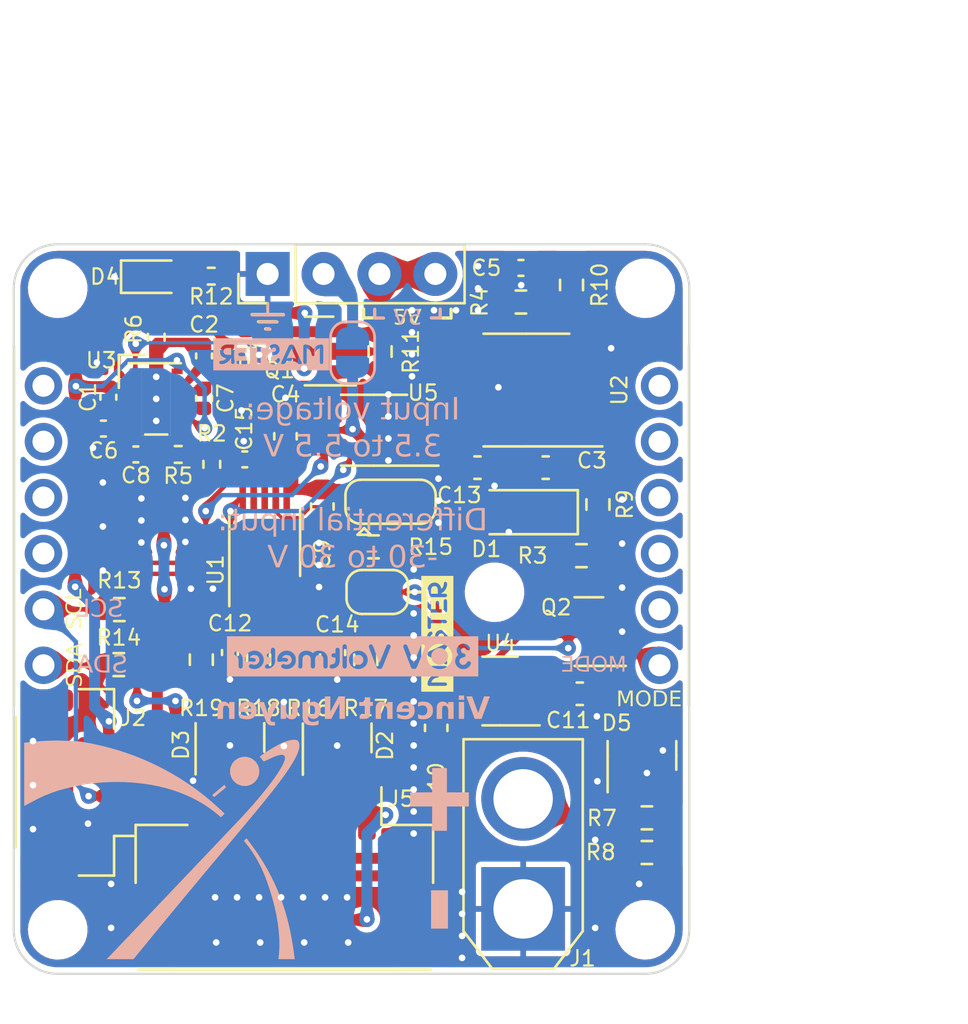
<source format=kicad_pcb>
(kicad_pcb (version 20221018) (generator pcbnew)
  (title_block (title "30 V Voltmeter Hat PCB") (date "2023-07-13") (rev "3") (company "EPFL Xplore") (comment 1 "Note: only populate pullup resistors if using slave I2C to CAN") (comment 2 "Master mode: bridge the MASTER jumpers") (comment 3 "Master mode: only populate components in I2C to CAN section") (comment 4 "Author: Vincent Nguyen"))
  (layers (0 "F.Cu" signal) (31 "B.Cu" signal) (34 "B.Paste" user) (35 "F.Paste" user) (36 "B.SilkS" user "B.Silkscreen") (37 "F.SilkS" user "F.Silkscreen") (38 "B.Mask" user) (39 "F.Mask" user) (44 "Edge.Cuts" user))
  (net 0 "")
  (net 1 "GND")
  (net 2 "/VIN_DIV")
  (net 3 "/FB-")
  (net 4 "/VIN+")
  (net 5 "/VOUT")
  (net 6 "/A2-")
  (net 7 "/AIN0")
  (net 8 "/SDA")
  (net 9 "/SCL")
  (net 10 "/A2+{slash}A1-")
  (net 11 "-3V3")
  (net 12 "+3V3")
  (net 13 "/FB+")
  (net 14 "/TERM_MID_SCL")
  (net 15 "+5V")
  (net 16 "/PGOOD")
  (net 17 "/DIV_MID")
  (net 19 "/CP")
  (net 20 "/ADDR")
  (net 22 "/AIN1")
  (net 25 "/EN{slash}MODE")
  (net 35 "/TERM_MID_SDA")
  (net 36 "/EN{slash}MODE_JP")
  (net 37 "/C-")
  (net 38 "/C+")
  (net 39 "/DRAIN")
  (net 40 "/LED_A")
  (net 41 "/CANSDA-")
  (net 42 "/CANSCL-")
  (net 43 "/CANSCL+")
  (net 44 "/CANSDA+")
  (net 45 "/3V3_MCU")
  (net 46 "/MODE")
  (footprint "Capacitor_SMD:C_0402_1005Metric" (layer "F.Cu") (at 91.95 55.15 90)
    (fp_text reference "C2")
    (fp_text value "2.2uF")
  )
  (footprint "Resistor_SMD:R_0603_1608Metric" (layer "F.Cu") (at 99.3 68.955761 -90)
    (fp_text reference "R17")
    (fp_text value "60R")
  )
  (footprint "Resistor_SMD:R_0402_1005Metric" (layer "F.Cu") (at 92.3 60.075 -90)
    (fp_text reference "R2")
    (fp_text value "86k6")
  )
  (footprint "Capacitor_SMD:C_0402_1005Metric" (layer "F.Cu") (at 106.35 51.15)
    (fp_text reference "C5")
    (fp_text value "1uF")
  )
  (footprint "Connector_AMASS:AMASS_XT30U-M_1x02_P5.0mm_Vertical" (layer "F.Cu") (at 106.45 80.275 90)
    (fp_text reference "J1")
    (fp_text value "XT30U-M")
  )
  (footprint "Package_TO_SOT_SMD:SOT-23" (layer "F.Cu") (at 111.85 73.3 90)
    (fp_text reference "D5")
    (fp_text value "AZ23C3V3-7-F")
  )
  (footprint "Package_TO_SOT_SMD:SOT-23-5" (layer "F.Cu") (at 105.4 70.375 180)
    (fp_text reference "U4")
    (fp_text value "OPA182IDBVR")
  )
  (footprint "Resistor_SMD:R_0603_1608Metric" (layer "F.Cu") (at 99.95 54.95 -90)
    (fp_text reference "R11")
    (fp_text value "10k")
  )
  (footprint "Resistor_SMD:R_0402_1005Metric" (layer "F.Cu") (at 90.775 59.625 180)
    (fp_text reference "R5")
    (fp_text value "51k")
  )
  (footprint "Jumper:SolderJumper-3_P1.3mm_Open_RoundedPad1.0x1.5mm" (layer "F.Cu") (at 100.425 61.775)
    (fp_text reference "JP2" hide)
    (fp_text value "ADDRESS_SEL")
  )
  (footprint "Resistor_SMD:R_0402_1005Metric" (layer "F.Cu") (at 92.275 51.525 180)
    (fp_text reference "R12")
    (fp_text value "590R")
  )
  (footprint "Package_TO_SOT_SMD:SOT-23" (layer "F.Cu") (at 98 72.503261 90)
    (fp_text reference "D2")
    (fp_text value "PESD2CANFD27V-TR")
  )
  (footprint "Resistor_SMD:R_0402_1005Metric" (layer "F.Cu") (at 89.775 54.3 -90)
    (fp_text reference "R6")
    (fp_text value "51k")
  )
  (footprint "Capacitor_SMD:C_0603_1608Metric" (layer "F.Cu") (at 102.5 72.05 -90)
    (fp_text reference "C10")
    (fp_text value "0.1uF")
  )
  (footprint "Jumper:SolderJumper-2_P1.3mm_Open_RoundedPad1.0x1.5mm" (layer "F.Cu") (at 99.825 65.875 180)
    (fp_text reference "JP1" hide)
    (fp_text value "MASTER_EN")
  )
  (footprint "Package_SO:SOIC-8_3.9x4.9mm_P1.27mm" (layer "F.Cu") (at 106.6 56.7 180)
    (fp_text reference "U2")
    (fp_text value "OPA2336UA/2K5")
  )
  (footprint "Capacitor_SMD:C_0402_1005Metric" (layer "F.Cu") (at 93.125 68.625 -90)
    (fp_text reference "C12")
    (fp_text value "4.7uF")
  )
  (footprint "Resistor_SMD:R_0603_1608Metric" (layer "F.Cu") (at 108.65 51.925 90)
    (fp_text reference "R10")
    (fp_text value "100k")
  )
  (footprint "Package_SON:WSON-12-1EP_3x2mm_P0.5mm_EP1x2.65_ThermalVias" (layer "F.Cu") (at 89.775 57.1)
    (fp_text reference "U3")
    (fp_text value "LM27762DSSR")
  )
  (footprint "Resistor_SMD:R_0603_1608Metric" (layer "F.Cu") (at 94.425 68.95 90)
    (fp_text reference "R18")
    (fp_text value "60R")
  )
  (footprint "MountingHole:MountingHole_2.2mm_M2" (layer "F.Cu") (at 112 81.225)
    (fp_text reference "H2" hide)
    (fp_text value "M2")
  )
  (footprint "Capacitor_SMD:C_0603_1608Metric" (layer "F.Cu") (at 107.475 60.225 180)
    (fp_text reference "C3")
    (fp_text value "62pF")
  )
  (footprint "Resistor_SMD:R_0603_1608Metric" (layer "F.Cu") (at 109.1 64.225 180)
    (fp_text reference "R3")
    (fp_text value "100k")
  )
  (footprint "MountingHole:MountingHole_2.2mm_M2" (layer "F.Cu") (at 85.3 52.075)
    (fp_text reference "H1" hide)
    (fp_text value "M2")
  )
  (footprint "Capacitor_SMD:C_0402_1005Metric" (layer "F.Cu") (at 87.6 57.025 -90)
    (fp_text reference "C1")
    (fp_text value "2.2uF")
  )
  (footprint "Resistor_SMD:R_0603_1608Metric" (layer "F.Cu") (at 112.075 76.1375)
    (fp_text reference "R7")
    (fp_text value "18k")
  )
  (footprint "Package_TO_SOT_SMD:SOT-23" (layer "F.Cu") (at 109.4375 67.675 180)
    (fp_text reference "Q2")
    (fp_text value "PJA3404")
  )
  (footprint "Resistor_SMD:R_0603_1608Metric" (layer "F.Cu") (at 91.825 68.95 -90)
    (fp_text reference "R19")
    (fp_text value "60R")
  )
  (footprint "Package_SO:VSSOP-10_3x3mm_P0.5mm" (layer "F.Cu") (at 99.675 58.525 180)
    (fp_text reference "U5")
    (fp_text value "ADS1115BQDGSRQ1")
  )
  (footprint "Resistor_SMD:R_0402_1005Metric" (layer "F.Cu") (at 93 55.125 90)
    (fp_text reference "R1")
    (fp_text value "88k7")
  )
  (footprint "0_connectors:Hat_connector_hole" (layer "F.Cu") (at 98.65 60.315)
    (fp_text reference "J3" hide)
    (fp_text value "Hat_connector_hole")
  )
  (footprint "Diode_SMD:D_SOD-123" (layer "F.Cu") (at 106.575 62.25 180)
    (fp_text reference "D1")
    (fp_text value "1N4148W")
  )
  (footprint "Resistor_SMD:R_0603_1608Metric" (layer "F.Cu") (at 99.65 63.825 180)
    (fp_text reference "R15")
    (fp_text value "30k")
  )
  (footprint "MountingHole:MountingHole_2.2mm_M2" (layer "F.Cu") (at 85.3 81.225)
    (fp_text reference "H4" hide)
    (fp_text value "M2")
  )
  (footprint "Connector_JST:JST_GH_BM04B-GHS-TBT_1x04-1MP_P1.25mm_Vertical" (layer "F.Cu") (at 86 74.525 90)
    (fp_text reference "J2")
    (fp_text value "BM04B-GHS-TBT(LF)(SN)(N)")
  )
  (footprint "Capacitor_SMD:C_0402_1005Metric" (layer "F.Cu") (at 98 68.630761 -90)
    (fp_text reference "C14")
    (fp_text value "4.7uF")
  )
  (footprint "Capacitor_SMD:C_0402_1005Metric" (layer "F.Cu") (at 91.95 57.075 -90)
    (fp_text reference "C7")
    (fp_text value "1uF")
  )
  (footprint "Capacitor_SMD:C_0603_1608Metric" (layer "F.Cu") (at 104.375 60.225)
    (fp_text reference "C13")
    (fp_text value "10nF")
  )
  (footprint "Resistor_SMD:R_0603_1608Metric" (layer "F.Cu") (at 109.85 61.9 90)
    (fp_text reference "R9")
    (fp_text value "100k")
  )
  (footprint "MountingHole:MountingHole_2.2mm_M2" (layer "F.Cu") (at 112 52.075)
    (fp_text reference "H3" hide)
    (fp_text value "M2")
  )
  (footprint "Capacitor_SMD:C_0402_1005Metric" (layer "F.Cu") (at 88.85 59.625)
    (fp_text reference "C8")
    (fp_text value "2.2uF")
  )
  (footprint "Resistor_SMD:R_0603_1608Metric" (layer "F.Cu") (at 106.35 52.7 180)
    (fp_text reference "R4")
    (fp_text value "100R")
  )
  (footprint "Resistor_SMD:R_0603_1608Metric" (layer "F.Cu") (at 112.075 77.7125 180)
    (fp_text reference "R8")
    (fp_text value "2k")
  )
  (footprint "Package_TO_SOT_SMD:SOT-23" (layer "F.Cu") (at 93.125 72.485 90)
    (fp_text reference "D3")
    (fp_text value "PESD2CANFD27V-TR")
  )
  (footprint "LED_SMD:LED_0603_1608Metric" (layer "F.Cu") (at 89.6625 51.55)
    (fp_text reference "D4")
    (fp_text value "GREEN")
  )
  (footprint "Capacitor_SMD:C_0603_1608Metric" (layer "F.Cu") (at 97.325 61.99 -90)
    (fp_text reference "C9")
    (fp_text value "2.2uF")
  )
  (footprint "Package_TO_SOT_SMD:SOT-23" (layer "F.Cu") (at 97.175 54.925 180)
    (fp_text reference "Q1")
    (fp_text value "PJA3405")
  )
  (footprint "Resistor_SMD:R_0603_1608Metric" (layer "F.Cu") (at 96.7 68.955761 90)
    (fp_text reference "R16")
    (fp_text value "60R")
  )
  (footprint "Connector_Molex:Molex_CLIK-Mate_505405-0670_1x06-1MP_P1.50mm_Vertical" (layer "F.Cu") (at 95.6 78.7 180)
    (fp_text reference "J5")
    (fp_text value "CLIK-Mate 1.5mm 01x06")
  )
  (footprint "Package_SO:MSOP-10-1EP_3x3mm_P0.5mm_EP1.68x1.88mm" (layer "F.Cu") (at 94.705 63.645 90)
    (fp_text reference "U1")
    (fp_text value "LT3960JMSE#PBF")
  )
  (footprint "Capacitor_SMD:C_0603_1608Metric" (layer "F.Cu") (at 109.025 70.5)
    (fp_text reference "C11")
    (fp_text value "0.1uF")
  )
  (footprint "Resistor_SMD:R_0603_1608Metric" (layer "F.Cu") (at 88.1 66.675 180)
    (fp_text reference "R13")
    (fp_text value "10k")
  )
  (footprint "Capacitor_SMD:C_0402_1005Metric" (layer "F.Cu") (at 93.8 59.85 180)
    (fp_text reference "C15")
    (fp_text value "1uF")
  )
  (footprint "kibuzzard-64AE87D5" (layer "F.Cu") (at 102.55 67.775 90)
    (fp_text reference "kibuzzard-64AE87D5" hide)
    (fp_text value "G***" hide)
  )
  (footprint "Capacitor_SMD:C_0402_1005Metric" (layer "F.Cu") (at 87.375 58.45 180)
    (fp_text reference "C6")
    (fp_text value "4.7uF")
  )
  (footprint "Capacitor_SMD:C_0603_1608Metric" (layer "F.Cu") (at 95.65 58.8 90)
    (fp_text reference "C4")
    (fp_text value "0.1uF")
  )
  (footprint "Resistor_SMD:R_0603_1608Metric" (layer "F.Cu") (at 88.075 69.175 180)
    (fp_text reference "R14")
    (fp_text value "10k")
  )
  (footprint "kibuzzard-63491EED" (layer "B.Cu") (at 102.65 75.3)
    (fp_text reference "kibuzzard-63491EED" hide)
    (fp_text value "G***" hide)
  )
  (footprint "kibuzzard-64AE83D2" (layer "B.Cu") (at 98.7 68.8 180)
    (fp_text reference "kibuzzard-64AE83D2" hide)
    (fp_text value "G***" hide)
  )
  (footprint "0_graphic:Xplore_Logo_X_only_10mm" (layer "B.Cu") (at 91.3 77.575 90)
    (fp_text reference "G1" hide)
    (fp_text value "Xplore_Logo" hide)
  )
  (footprint "kibuzzard-63491F09" (layer "B.Cu") (at 102.65 80.3 90)
    (fp_text reference "kibuzzard-63491F09" hide)
    (fp_text value "G***" hide)
  )
  (footprint "kibuzzard-64AE87D5" (layer "B.Cu") (at 95 55.075 180)
    (fp_text reference "kibuzzard-64AE87D5" hide)
    (fp_text value "G***" hide)
  )
  (footprint "Jumper:SolderJumper-2_P1.3mm_Open_RoundedPad1.0x1.5mm" (layer "B.Cu") (at 98.7 55 -90)
    (fp_text reference "JP3" hide)
    (fp_text value "MASTER_EN")
  )
  (gr_line (start 94.465 53.6075) (end 94.865 53.6075) (stroke (width 0.15)) (layer "B.SilkS"))
  (gr_line (start 100.105 53.4275) (end 99.705002 53.4275) (stroke (width 0.15)) (layer "B.SilkS"))
  (gr_line (start 95.265 53.6075) (end 94.865 53.6075) (stroke (width 0.15)) (layer "B.SilkS"))
  (gr_line (start 99.705002 53.4275) (end 99.705001 53.0275) (stroke (width 0.15)) (layer "B.SilkS"))
  (gr_line (start 94.85 53.2825) (end 95.56 53.2825) (stroke (width 0.15)) (layer "B.SilkS"))
  (gr_poly (pts (xy 86.335008 72.674688) (xy 85.975756 72.644395) (xy 85.275 72.625) (xy 84.89051 72.631465) (xy 84.525 72.65) (xy 84.179359 72.679953) (xy 83.775 72.725) (xy 83.775 75.6) (xy 84.407874 75.26379) (xy 84.684678 75.135298) (xy 85.004582 75.006806) (xy 85.316094 74.898248) (xy 85.675 74.8) (xy 86.324716 74.657183) (xy 86.325 74.65)) (stroke (width 0.001)) (fill solid) (layer "B.SilkS"))
  (gr_line (start 94.79 53.9325) (end 94.865 53.9325) (stroke (width 0.15)) (layer "B.SilkS"))
  (gr_line (start 94.14 53.2825) (end 94.85 53.2825) (stroke (width 0.15)) (layer "B.SilkS"))
  (gr_line (start 94.85 53.2825) (end 94.85 52.775) (stroke (width 0.12)) (layer "B.SilkS"))
  (gr_line (start 94.94 53.9325) (end 94.865 53.9325) (stroke (width 0.15)) (layer "B.SilkS"))
  (gr_line (start 102.68 53.4225) (end 102.28 53.4225) (stroke (width 0.15)) (layer "B.SilkS"))
  (gr_line (start 102.68 53.0225) (end 102.68 53.4225) (stroke (width 0.15)) (layer "B.SilkS"))
  (gr_line (start 94.840001 53.27) (end 95.550001 53.27) (stroke (width 0.15)) (layer "F.SilkS"))
  (gr_line (start 94.840001 52.7625) (end 94.840001 53.27) (stroke (width 0.12)) (layer "F.SilkS"))
  (gr_line (start 94.825001 53.92) (end 94.900001 53.92) (stroke (width 0.15)) (layer "F.SilkS"))
  (gr_line (start 99.200001 53.42) (end 99.200001 53.02) (stroke (width 0.15)) (layer "F.SilkS"))
  (gr_line (start 94.825001 53.595) (end 95.225001 53.595) (stroke (width 0.15)) (layer "F.SilkS"))
  (gr_line (start 103.174999 53.425) (end 102.775001 53.425) (stroke (width 0.15)) (layer "F.SilkS"))
  (gr_line (start 94.130001 53.27) (end 94.840001 53.27) (stroke (width 0.15)) (layer "F.SilkS"))
  (gr_line (start 103.175 53.025) (end 103.174999 53.425) (stroke (width 0.15)) (layer "F.SilkS"))
  (gr_line (start 94.825001 53.595) (end 94.425001 53.595) (stroke (width 0.15)) (layer "F.SilkS"))
  (gr_line (start 99.600001 53.42) (end 99.200001 53.42) (stroke (width 0.15)) (layer "F.SilkS"))
  (gr_line (start 101.225 65.875) (end 101.775 65.875) (stroke (width 0.15)) (layer "F.SilkS"))
  (gr_line (start 94.825001 53.92) (end 94.750001 53.92) (stroke (width 0.15)) (layer "F.SilkS"))
  (gr_line (start 83.3 81.225) (end 83.3 52.075) (stroke (width 0.1)) (layer "Edge.Cuts"))
  (gr_line (start 112 83.225) (end 85.3 83.225) (stroke (width 0.1)) (layer "Edge.Cuts"))
  (gr_line (start 114 52.075) (end 114 81.225) (stroke (width 0.1)) (layer "Edge.Cuts"))
  (gr_arc (start 83.3 52.075) (mid 83.885786 50.660786) (end 85.3 50.075) (stroke (width 0.1)) (layer "Edge.Cuts"))
  (gr_line (start 85.3 50.075) (end 112 50.075) (stroke (width 0.1)) (layer "Edge.Cuts"))
  (gr_arc (start 85.3 83.225) (mid 83.885786 82.639214) (end 83.3 81.225) (stroke (width 0.1)) (layer "Edge.Cuts"))
  (gr_arc (start 114 81.225) (mid 113.414214 82.639214) (end 112 83.225) (stroke (width 0.1)) (layer "Edge.Cuts"))
  (gr_arc (start 112 50.075) (mid 113.414214 50.660786) (end 114 52.075) (stroke (width 0.1)) (layer "Edge.Cuts"))
  (gr_text "Input voltage:\n3.5 to 5.5 V\n\nDifferential input:\n-30 to 30 V" (at 98.7 64.925) (layer "B.SilkS") (effects (font (size 1 1)) (justify bottom mirror)))
  (gr_text "Vincent Nguyen" (at 98.7 71.225) (layer "B.SilkS") (effects (font (size 1 1) (thickness 0.16) bold) (justify mirror)))
  (gr_text "MODE" (at 111.15 69.205) (layer "B.SilkS") (effects (font (size 0.7 0.7) (thickness 0.1)) (justify left mirror)))
  (gr_text "5V" (at 101.19 53.435) (layer "B.SilkS") (effects (font (size 0.7 0.7) (thickness 0.1)) (justify mirror)))
  (gr_text "MODE" (at 112.175 70.775) (layer "F.SilkS") (effects (font (size 0.7 0.7) (thickness 0.1))))
  (gr_text "5V" (at 101.190001 53.4325) (layer "F.SilkS") (effects (font (size 0.7 0.7) (thickness 0.1))))
  (segment (start 91.825 75.925) (end 91.85 75.95) (width 0.5) (layer "F.Cu") (net 1))
  (segment (start 98 71.565761) (end 98 72.855761) (width 0.5) (layer "F.Cu") (net 1))
  (segment (start 97.325 63.49) (end 97.17 63.645) (width 0.5) (layer "F.Cu") (net 1))
  (segment (start 112.2125 74.2375) (end 112.075 74.1) (width 0.5) (layer "F.Cu") (net 1))
  (segment (start 87.875 51.55) (end 88.875 51.55) (width 0.5) (layer "F.Cu") (net 1))
  (segment (start 109.08 54.8) (end 109.075 54.795) (width 0.2) (layer "F.Cu") (net 1))
  (segment (start 104.125 56.065) (end 104.815 56.065) (width 0.2) (layer "F.Cu") (net 1))
  (segment (start 94.705 63.645) (end 94.705 64.75) (width 0.5) (layer "F.Cu") (net 1))
  (segment (start 106.83 51.46495) (end 106.361513 51.933437) (width 0.3) (layer "F.Cu") (net 1))
  (segment (start 100.95 58.525) (end 100.325 57.9) (width 0.3) (layer "F.Cu") (net 1))
  (segment (start 91.85 74.8505) (end 91.4495 74.45) (width 0.5) (layer "F.Cu") (net 1))
  (segment (start 93.125 71.5475) (end 93.125 72.85) (width 0.5) (layer "F.Cu") (net 1))
  (segment (start 112.8 74.2375) (end 112.2125 74.2375) (width 0.5) (layer "F.Cu") (net 1))
  (segment (start 97.325 62.765) (end 97.325 63.49) (width 0.5) (layer "F.Cu") (net 1))
  (segment (start 104.815 56.065) (end 105.325 56.575) (width 0.2) (layer "F.Cu") (net 1))
  (segment (start 97.17 63.645) (end 94.705 63.645) (width 1) (layer "F.Cu") (net 1))
  (segment (start 106.83 51.15) (end 106.83 51.46495) (width 0.3) (layer "F.Cu") (net 1))
  (segment (start 94.705 65.795) (end 94.705 64.75) (width 0.3) (layer "F.Cu") (net 1))
  (segment (start 105.15 60.225) (end 105.15 61.05) (width 0.5) (layer "F.Cu") (net 1))
  (segment (start 101.875 58.525) (end 100.95 58.525) (width 0.3) (layer "F.Cu") (net 1))
  (segment (start 91.85 75.95) (end 91.85 74.8505) (width 0.5) (layer "F.Cu") (net 1))
  (via (at 95.65 57.05) (size 0.7) (drill 0.3) (layers "F.Cu" "B.Cu") (net 1))
  (via (at 86.9 59.325) (size 0.7) (drill 0.3) (layers "F.Cu" "B.Cu") (net 1))
  (via (at 103.675 82.5) (size 0.7) (drill 0.3) (layers "F.Cu" "B.Cu") (net 1))
  (via (at 103.675 80.5) (size 0.7) (drill 0.3) (layers "F.Cu" "B.Cu") (net 1))
  (via (at 97.17 63.645) (size 0.7) (drill 0.3) (layers "F.Cu" "B.Cu") (net 1))
  (via (at 91.4495 74.45) (size 0.7) (drill 0.3) (layers "F.Cu" "B.Cu") (net 1))
  (via (at 95.575 70.875) (size 0.7) (drill 0.3) (layers "F.Cu" "B.Cu") (net 1))
  (via (at 109.725 77.137501) (size 0.7) (drill 0.3) (layers "F.Cu" "B.Cu") (net 1))
  (via (at 98.45 79.75) (size 0.7) (drill 0.3) (layers "F.Cu" "B.Cu") (net 1))
  (via (at 112.075 74.1) (size 0.7) (drill 0.3) (layers "F.Cu" "B.Cu") (net 1))
  (via (at 89.1 62.625) (size 0.7) (drill 0.3) (layers "F.Cu" "B.Cu") (net 1))
  (via (at 95.45 79.75) (size 0.7) (drill 0.3) (layers "F.Cu" "B.Cu") (net 1))
  (via (at 96.499999 81.8) (size 0.7) (drill 0.3) (layers "F.Cu" "B.Cu") (net 1))
  (via (at 106.361513 51.933437) (size 0.7) (drill 0.3) (layers "F.Cu" "B.Cu") (net 1))
  (via (at 101.475 75.85) (size 0.7) (drill 0.3) (layers "F.Cu" "B.Cu") (net 1))
  (via (at 94.45 79.75) (size 0.7) (drill 0.3) (layers "F.Cu" "B.Cu") (net 1))
  (via (at 102.6 61.725) (size 0.7) (drill 0.3) (layers "F.Cu" "B.Cu") (net 1))
  (via (at 98 72.855761) (size 0.7) (drill 0.3) (layers "F.Cu" "B.Cu") (net 1))
  (via (at 98.5 81.8) (size 0.7) (drill 0.3) (layers "F.Cu" "B.Cu") (net 1))
  (via (at 101.475 67.85) (size 0.7) (drill 0.3) (layers "F.Cu" "B.Cu") (net 1))
  (via (at 87.35 62.9) (size 0.7) (drill 0.3) (layers "F.Cu" "B.Cu") (net 1))
  (via (at 91.1 63.6) (size 0.7) (drill 0.3) (layers "F.Cu" "B.Cu") (net 1))
  (via (at 92.45 79.75) (size 0.7) (drill 0.3) (layers "F.Cu" "B.Cu") (net 1))
  (via (at 87.725 79.137501) (size 0.7) (drill 0.3) (layers "F.Cu" "B.Cu") (net 1))
  (via (at 103.675 79.5) (size 0.7) (drill 0.3) (layers "F.Cu" "B.Cu") (net 1))
  (via (at 100.325 59.9) (size 0.7) (drill 0.3) (layers "F.Cu" "B.Cu") (net 1))
  (via (at 92.5 81.8) (size 0.7) (drill 0.3) (layers "F.Cu" "B.Cu") (net 1))
  (via (at 95.575 72.875) (size 0.7) (drill 0.3) (layers "F.Cu" "B.Cu") (net 1))
  (via (at 97.175 65.65) (size 0.7) (drill 0.3) (layers "F.Cu" "B.Cu") (net 1))
  (via (at 102.6 62.725) (size 0.7) (drill 0.3) (layers "F.Cu" "B.Cu") (net 1))
  (via (at 101.475 68.85) (size 0.7) (drill 0.3) (layers "F.Cu" "B.Cu") (net 1))
  (via (at 110.95 61.674999) (size 0.7) (drill 0.3) (layers "F.Cu" "B.Cu") (net 1))
  (via (at 100.325 57.9) (size 0.7) (drill 0.3) (layers "F.Cu" "B.Cu") (net 1))
  (via (at 84.175 76.65) (size 0.7) (drill 0.3) (layers "F.Cu" "B.Cu") (net 1))
  (via (at 101.475 71.85) (size 0.7) (drill 0.3) (layers "F.Cu" "B.Cu") (net 1))
  (via (at 101.475 69.85) (size 0.7) (drill 0.3) (layers "F.Cu" "B.Cu") (net 1))
  (via (at 100.325 56.9) (size 0.7) (drill 0.3) (layers "F.Cu" "B.Cu") (net 1))
  (via (at 101.475 72.85) (size 0.7) (drill 0.3) (layers "F.Cu" "B.Cu") (net 1))
  (via (at 110.95 65.674999) (size 0.7) (drill 0.3) (layers "F.Cu" "B.Cu") (net 1))
  (via (at 101.4 55.075) (size 0.7) (drill 0.3) (layers "F.Cu" "B.Cu") (net 1))
  (via (at 93.45 79.75) (size 0.7) (drill 0.3) (layers "F.Cu" "B.Cu") (net 1))
  (via (at 110.95 63.675) (size 0.7) (drill 0.3) (layers "F.Cu" "B.Cu") (net 1))
  (via (at 97.175 64.65) (size 0.7) (drill 0.3) (layers "F.Cu" "B.Cu") (net 1))
  (via (at 101.475 76.85) (size 0.7) (drill 0.3) (layers "F.Cu" "B.Cu") (net 1))
  (via (at 101.4 56.075) (size 0.7) (drill 0.3) (layers "F.Cu" "B.Cu") (net 1))
  (via (at 104.4 51.075) (size 0.7) (drill 0.3) (layers "F.Cu" "B.Cu") (net 1))
  (via (at 101.4 53.075) (size 0.7) (drill 0.3) (layers "F.Cu" "B.Cu") (net 1))
  (via (at 109.8 71.525) (size 0.7) (drill 0.3) (layers "F.Cu" "B.Cu") (net 1))
  (via (at 103.4 53.075) (size 0.7) (drill 0.3) (layers "F.Cu" "B.Cu") (net 1))
  (via (at 89.1 61.625) (size 0.7) (drill 0.3) (layers "F.Cu" "B.Cu") (net 1))
  (via (at 101.475 73.85) (size 0.7) (drill 0.3) (layers "F.Cu" "B.Cu") (net 1))
  (via (at 92.35 65.725) (size 0.7) (drill 0.3) (layers "F.Cu" "B.Cu") (net 1))
  (via (at 97.45 79.75) (size 0.7) (drill 0.3) (layers "F.Cu" "B.Cu") (net 1))
  (via (at 93.125 69.85) (size 0.7) (drill 0.3) (layers "F.Cu" "B.Cu") (net 1))
  (via (at 91.1 61.6) (size 0.7) (drill 0.3) (layers "F.Cu" "B.Cu") (net 1))
  (via (at 87.875 51.55) (size 0.7) (drill 0.3) (layers "F.Cu" "B.Cu") (net 1))
  (via (at 96.449999 79.75) (size 0.7) (drill 0.3) (layers "F.Cu" "B.Cu") (net 1))
  (via (at 110.95 67.674999) (size 0.7) (drill 0.3) (layers "F.Cu" "B.Cu") (net 1))
  (via (at 101.475 74.85) (size 0.7) (drill 0.3) (layers "F.Cu" "B.Cu") (net 1))
  (via (at 101.475 66.85) (size 0.7) (drill 0.3) (layers "F.Cu" "B.Cu") (net 1))
  (via (at 100.325 58.9) (size 0.7) (drill 0.3) (layers "F.Cu" "B.Cu") (net 1))
  (via (at 103.675 81.5) (size 0.7) (drill 0.3) (layers "F.Cu" "B.Cu") (net 1))
  (via (at 110.45 54.8) (size 0.7) (drill 0.3) (layers "F.Cu" "B.Cu") (net 1))
  (via (at 91.35 65.725) (size 0.7) (drill 0.3) (layers "F.Cu" "B.Cu") (net 1))
  (via (at 102.4 53.075) (size 0.7) (drill 0.3) (layers "F.Cu" "B.Cu") (net 1))
  (via (at 105.15 61.05) (size 0.7) (drill 0.3) (layers "F.Cu" "B.Cu") (net 1))
  (via (at 111.725 79.137501) (size 0.7) (drill 0.3) (layers "F.Cu" "B.Cu") (net 1))
  (via (at 93.75 59.025) (size 0.7) (drill 0.3) (layers "F.Cu" "B.Cu") (net 1))
  (via (at 93.125 72.85) (size 0.7) (drill 0.3) (layers "F.Cu" "B.Cu") (net 1))
  (via (at 105.325 56.575) (size 0.7) (drill 0.3) (layers "F.Cu" "B.Cu") (net 1))
  (via (at 84.175 74.650001) (size 0.7) (drill 0.3) (layers "F.Cu" "B.Cu") (net 1))
  (via (at 86.675 76.4) (size 0.7) (drill 0.3) (layers "F.Cu" "B.Cu") (net 1))
  (via (at 87.35 60.900001) (size 0.7) (drill 0.3) (layers "F.Cu" "B.Cu") (net 1))
  (via (at 101.475 70.85) (size 0.7) (drill 0.3) (layers "F.Cu" "B.Cu") (net 1))
  (via (at 84.175 72.65) (size 0.7) (drill 0.3) (layers "F.Cu" "B.Cu") (net 1))
  (via (at 91.1 62.6) (size 0.7) (drill 0.3) (layers "F.Cu" "B.Cu") (net 1))
  (via (at 105.8 63.15) (size 0.7) (drill 0.3) (layers "F.Cu" "B.Cu") (net 1))
  (via (at 104.4 52.075) (size 0.7) (drill 0.3) (layers "F.Cu" "B.Cu") (net 1))
  (via (at 109.725 81.137501) (size 0.7) (drill 0.3) (layers "F.Cu" "B.Cu") (net 1))
  (via (at 109.825 74.475) (size 0.7) (drill 0.3) (layers "F.Cu" "B.Cu") (net 1))
  (via (at 89.1 63.625) (size 0.7) (drill 0.3) (layers "F.Cu" "B.Cu") (net 1))
  (via (at 93.65 57.625001) (size 0.7) (drill 0.3) (layers "F.Cu" "B.Cu") (net 1))
  (via (at 87.075 55.45) (size 0.7) (drill 0.3) (layers "F.Cu" "B.Cu") (net 1))
  (via (at 98 69.855761) (size 0.7) (drill 0.3) (layers "F.Cu" "B.Cu") (net 1))
  (via (at 112.8 73.075) (size 0.7) (drill 0.3) (layers "F.Cu" "B.Cu") (net 1))
  (via (at 101.475 64.85) (size 0.7) (drill 0.3) (layers "F.Cu" "B.Cu") (net 1))
  (via (at 87.35 64.899999) (size 0.7) (drill 0.3) (layers "F.Cu" "B.Cu") (net 1))
  (via (at 102.6 60.725) (size 0.7) (drill 0.3) (layers "F.Cu" "B.Cu") (net 1))
  (via (at 87.725 81.137501) (size 0.7) (drill 0.3) (layers "F.Cu" "B.Cu") (net 1))
  (via (at 94.5 81.8) (size 0.7) (drill 0.3) (layers "F.Cu" "B.Cu") (net 1))
  (via (at 101.4 54.075) (size 0.7) (drill 0.3) (layers "F.Cu" "B.Cu") (net 1))
  (via (at 104.4 53.075) (size 0.7) (drill 0.3) (layers "F.Cu" "B.Cu") (net 1))
  (segment (start 104.2625 69.425) (end 104.725 69.425) (width 0.3) (layer "F.Cu") (net 2))
  (segment (start 104.725 69.425) (end 109.925 64.225) (width 0.3) (layer "F.Cu") (net 2))
  (segment (start 104.2625 69.469607) (end 104.2625 69.425) (width 0.3) (layer "F.Cu") (net 2))
  (segment (start 109.925 62.8) (end 109.85 62.725) (width 0.3) (layer "F.Cu") (net 2))
  (segment (start 106.5375 71.325) (end 106.117893 71.325) (width 0.3) (layer "F.Cu") (net 2))
  (segment (start 109.925 64.225) (end 109.925 62.8) (width 0.3) (layer "F.Cu") (net 2))
  (segment (start 106.117893 71.325) (end 104.2625 69.469607) (width 0.3) (layer "F.Cu") (net 2))
  (segment (start 91.285 59.625) (end 92.24 59.625) (width 0.5) (layer "F.Cu") (net 3))
  (segment (start 92.24 59.625) (end 92.3 59.565) (width 0.5) (layer "F.Cu") (net 3))
  (segment (start 107.3125 76.1375) (end 111.25 76.1375) (width 0.3) (layer "F.Cu") (net 4))
  (segment (start 106.45 75.275) (end 107.3125 76.1375) (width 0.3) (layer "F.Cu") (net 4))
  (segment (start 106.9 52.975) (end 106.9 56.8) (width 0.3) (layer "F.Cu") (net 5))
  (segment (start 106.9 56.8) (end 106.9 57.175) (width 0.3) (layer "F.Cu") (net 5))
  (segment (start 109.075 58.605) (end 108.33 58.605) (width 0.3) (layer "F.Cu") (net 5))
  (segment (start 107.175 52.575) (end 108.65 51.1) (width 0.3) (layer "F.Cu") (net 5))
  (segment (start 108.33 58.605) (end 108.025 58.3) (width 0.3) (layer "F.Cu") (net 5))
  (segment (start 107.175 52.7) (end 107.175 52.575) (width 0.3) (layer "F.Cu") (net 5))
  (segment (start 106.9 57.175) (end 108.025 58.3) (width 0.3) (layer "F.Cu") (net 5))
  (segment (start 107.175 52.7) (end 106.9 52.975) (width 0.3) (layer "F.Cu") (net 5))
  (segment (start 111.2 57) (end 111.2 59.575) (width 0.3) (layer "F.Cu") (net 6))
  (segment (start 110.265 56.065) (end 111.2 57) (width 0.3) (layer "F.Cu") (net 6))
  (segment (start 108.14 56.065) (end 109.075 56.065) (width 0.3) (layer "F.Cu") (net 6))
  (segment (start 108.65 52.75) (end 108.65 53.125) (width 0.3) (layer "F.Cu") (net 6))
  (segment (start 108.65 53.125) (end 107.65 54.125) (width 0.3) (layer "F.Cu") (net 6))
  (segment (start 111.2 59.575) (end 111.2 59.725) (width 0.3) (layer "F.Cu") (net 6))
  (segment (start 109.075 56.065) (end 110.265 56.065) (width 0.3) (layer "F.Cu") (net 6))
  (segment (start 107.65 54.125) (end 107.65 55.575) (width 0.3) (layer "F.Cu") (net 6))
  (segment (start 111.2 59.725) (end 109.85 61.075) (width 0.3) (layer "F.Cu") (net 6))
  (segment (start 107.65 55.575) (end 108.14 56.065) (width 0.3) (layer "F.Cu") (net 6))
  (segment (start 104.925 62.25) (end 106.075 62.25) (width 0.3) (layer "F.Cu") (net 7))
  (segment (start 106.4625 61.8625) (end 106.7 61.625) (width 0.3) (layer "F.Cu") (net 7))
  (segment (start 106.075 62.25) (end 106.4625 61.8625) (width 0.3) (layer "F.Cu") (net 7))
  (segment (start 104.125 57.335) (end 103.49 57.335) (width 0.3) (layer "F.Cu") (net 7))
  (segment (start 104.125 57.335) (end 104.71 57.335) (width 0.3) (layer "F.Cu") (net 7))
  (segment (start 103.49 57.335) (end 102.8 58.025) (width 0.3) (layer "F.Cu") (net 7))
  (segment (start 102.8 58.025) (end 101.875 58.025) (width 0.3) (layer "F.Cu") (net 7))
  (segment (start 104.71 57.335) (end 106.7 59.325) (width 0.3) (layer "F.Cu") (net 7))
  (segment (start 106.7 59.325) (end 106.7 60.225) (width 0.3) (layer "F.Cu") (net 7))
  (segment (start 106.7 61.625) (end 106.7 60.225) (width 0.3) (layer "F.Cu") (net 7))
  (segment (start 93.15 62.05) (end 93.705 61.495) (width 0.2) (layer "F.Cu") (net 8))
  (segment (start 98.275 60.325) (end 98.575 60.025) (width 0.2) (layer "F.Cu") (net 8))
  (segment (start 87.25 70.113604) (end 89.130698 71.994302) (width 0.2) (layer "F.Cu") (net 8))
  (segment (start 89.275 65.05) (end 88.075 66.25) (width 0.2) (layer "F.Cu") (net 8))
  (segment (start 88.75 73.9) (end 89.130698 73.519302) (width 0.2) (layer "F.Cu") (net 8))
  (segment (start 88.075 66.25) (end 88.075 68.35) (width 0.2) (layer "F.Cu") (net 8))
  (segment (start 93.15 62.2) (end 93.15 64.35) (width 0.2) (layer "F.Cu") (net 8))
  (segment (start 98.575 59.275) (end 98.325 59.025) (width 0.2) (layer "F.Cu") (net 8))
  (segment (start 93.15 64.35) (end 92.45 65.05) (width 0.2) (layer "F.Cu") (net 8))
  (segment (start 98.325 59.025) (end 97.475 59.025) (width 0.2) (layer "F.Cu") (net 8))
  (segment (start 88.075 68.35) (end 87.25 69.175) (width 0.2) (layer "F.Cu") (net 8))
  (segment (start 87.9 73.9) (end 88.75 73.9) (width 0.2) (layer "F.Cu") (net 8))
  (segment (start 92.45 65.05) (end 89.275 65.05) (width 0.2) (layer "F.Cu") (net 8))
  (segment (start 87.22 69.205) (end 87.25 69.175) (width 0.2) (layer "F.Cu") (net 8))
  (segment (start 98.575 60.025) (end 98.575 59.275) (width 0.2) (layer "F.Cu") (net 8))
  (segment (start 89.130698 73.519302) (end 89.130698 71.994302) (width 0.2) (layer "F.Cu") (net 8))
  (segment (start 84.65 69.205) (end 87.22 69.205) (width 0.2) (layer "F.Cu") (net 8))
  (segment (start 87.25 69.175) (end 87.25 70.113604) (width 0.2) (layer "F.Cu") (net 8))
  (segment (start 93.15 62.2) (end 93.15 62.05) (width 0.2) (layer "F.Cu") (net 8))
  (via (at 98.275 60.325) (size 0.7) (drill 0.3) (layers "F.Cu" "B.Cu") (net 8))
  (via (at 93.15 62.2) (size 0.7) (drill 0.3) (layers "F.Cu" "B.Cu") (net 8))
  (segment (start 96.4 62.2) (end 93.15 62.2) (width 0.2) (layer "B.Cu") (net 8))
  (segment (start 98.275 60.325) (end 96.4 62.2) (width 0.2) (layer "B.Cu") (net 8))
  (segment (start 94.205 60.73967) (end 94.205 61.495) (width 0.2) (layer "F.Cu") (net 9))
  (segment (start 97.475 59.625) (end 97.250936 59.849064) (width 0.2) (layer "F.Cu") (net 9))
  (segment (start 84.65 66.665) (end 87.265 66.665) (width 0.2) (layer "F.Cu") (net 9))
  (segment (start 88.85 64.55) (end 87.275 66.125) (width 0.2) (layer "F.Cu") (net 9))
  (segment (start 97.475 59.525) (end 97.475 59.625) (width 0.2) (layer "F.Cu") (net 9))
  (segment (start 92.025 63.85) (end 91.325 64.55) (width 0.2) (layer "F.Cu") (net 9))
  (segment (start 97.250936 60.171904) (end 97.250936 59.849064) (width 0.2) (layer "F.Cu") (net 9))
  (segment (start 92.025 61.91967) (end 93.47467 60.47) (width 0.2) (layer "F.Cu") (net 9))
  (segment (start 86.7 75.15) (end 86.775 75.225) (width 0.2) (layer "F.Cu") (net 9))
  (segment (start 92.025 62.2) (end 92.025 61.91967) (width 0.2) (layer "F.Cu") (net 9))
  (segment (start 86.7 75.15) (end 87.9 75.15) (width 0.2) (layer "F.Cu") (net 9))
  (segment (start 93.47467 60.47) (end 93.93533 60.47) (width 0.2) (layer "F.Cu") (net 9))
  (segment (start 87.275 66.125) (end 87.275 66.675) (width 0.2) (layer "F.Cu") (net 9))
  (segment (start 92.025 62.2) (end 92.025 63.85) (width 0.2) (layer "F.Cu") (net 9))
  (segment (start 91.325 64.55) (end 88.85 64.55) (width 0.2) (layer "F.Cu") (net 9))
  (segment (start 93.93533 60.47) (end 94.205 60.73967) (width 0.2) (layer "F.Cu") (net 9))
  (segment (start 87.265 66.665) (end 87.275 66.675) (width 0.2) (layer "F.Cu") (net 9))
  (via (at 86.7 75.15) (size 0.7) (drill 0.3) (layers "F.Cu" "B.Cu") (net 9))
  (via (at 92.025 62.2) (size 0.7) (drill 0.3) (layers "F.Cu" "B.Cu") (net 9))
  (via (at 97.250936 60.171904) (size 0.7) (drill 0.3) (layers "F.Cu" "B.Cu") (net 9))
  (segment (start 92.75 61.475) (end 95.94784 61.475) (width 0.2) (layer "B.Cu") (net 9))
  (segment (start 92.025 62.2) (end 92.75 61.475) (width 0.2) (layer "B.Cu") (net 9))
  (segment (start 86.125 68.14) (end 84.65 66.665) (width 0.2) (layer "B.Cu") (net 9))
  (segment (start 86.7 75.15) (end 86.125 74.575) (width 0.2) (layer "B.Cu") (net 9))
  (segment (start 86.125 74.575) (end 86.125 68.14) (width 0.2) (layer "B.Cu") (net 9))
  (segment (start 95.94784 61.475) (end 97.250936 60.171904) (width 0.2) (layer "B.Cu") (net 9))
  (segment (start 104.125 54.795) (end 105.57 54.795) (width 0.3) (layer "F.Cu") (net 10))
  (segment (start 108.25 59.825) (end 108.25 60.225) (width 0.3) (layer "F.Cu") (net 10))
  (segment (start 110.55 58.975) (end 110.55 57.675) (width 0.3) (layer "F.Cu") (net 10))
  (segment (start 110.55 57.675) (end 110.21 57.335) (width 0.3) (layer "F.Cu") (net 10))
  (segment (start 109.175 59.3) (end 110.225 59.3) (width 0.3) (layer "F.Cu") (net 10))
  (segment (start 110.21 57.335) (end 109.075 57.335) (width 0.3) (layer "F.Cu") (net 10))
  (segment (start 108.25 60.225) (end 109.175 59.3) (width 0.3) (layer "F.Cu") (net 10))
  (segment (start 106.125 57.7) (end 108.25 59.825) (width 0.3) (layer "F.Cu") (net 10))
  (segment (start 108.225 60.25) (end 108.25 60.225) (width 0.3) (layer "F.Cu") (net 10))
  (segment (start 108.275 62.3) (end 108.225 62.25) (width 0.3) (layer "F.Cu") (net 10))
  (segment (start 108.225 62.25) (end 108.225 60.25) (width 0.3) (layer "F.Cu") (net 10))
  (segment (start 108.275 64.225) (end 108.275 62.3) (width 0.3) (layer "F.Cu") (net 10))
  (segment (start 105.57 54.795) (end 106.125 55.35) (width 0.3) (layer "F.Cu") (net 10))
  (segment (start 110.225 59.3) (end 110.55 58.975) (width 0.3) (layer "F.Cu") (net 10))
  (segment (start 106.125 55.35) (end 106.125 57.7) (width 0.3) (layer "F.Cu") (net 10))
  (segment (start 90.15 66.675) (end 89.825 67) (width 0.5) (layer "F.Cu") (net 11))
  (segment (start 103.85 77.75) (end 103.85 74.25) (width 0.5) (layer "F.Cu") (net 11))
  (segment (start 90.125 63.75) (end 90.125 60.85) (width 0.5) (layer "F.Cu") (net 11))
  (segment (start 91.3 78.775) (end 102.825 78.775) (width 0.5) (layer "F.Cu") (net 11))
  (segment (start 88.685 60.585) (end 88.37 60.27) (width 0.5) (layer "F.Cu") (net 11))
  (segment (start 89.86 60.585) (end 90.125 60.85) (width 0.5) (layer "F.Cu") (net 11))
  (segment (start 89.825 67) (end 89.825 77.3) (width 0.5) (layer "F.Cu") (net 11))
  (segment (start 90.125 60.61) (end 90.15 60.585) (width 0.5) (layer "F.Cu") (net 11))
  (segment (start 90.625 60.585) (end 90.15 60.585) (width 0.5) (layer "F.Cu") (net 11))
  (segment (start 89.825 77.3) (end 91.3 78.775) (width 0.5) (layer "F.Cu") (net 11))
  (segment (start 108.25 70.5) (end 108.125 70.375) (width 0.5) (layer "F.Cu") (net 11))
  (segment (start 90.39 60.585) (end 90.125 60.85) (width 0.5) (layer "F.Cu") (net 11))
  (segment (start 89.525 60.585) (end 89.86 60.585) (width 0.5) (layer "F.Cu") (net 11))
  (segment (start 92.3 60.585) (end 90.975 60.585) (width 0.5) (layer "F.Cu") (net 11))
  (segment (start 90.125 60.85) (end 90.125 60.61) (width 0.5) (layer "F.Cu") (net 11))
  (segment (start 108.25 72.075) (end 108.25 70.5) (width 0.5) (layer "F.Cu") (net 11))
  (segment (start 88.37 60.27) (end 88.37 59.625) (width 0.5) (layer "F.Cu") (net 11))
  (segment (start 102.825 78.775) (end 103.85 77.75) (width 0.5) (layer "F.Cu") (net 11))
  (segment (start 90.975 60.585) (end 90.39 60.585) (width 0.5) (layer "F.Cu") (net 11))
  (segment (start 90.15 65.75) (end 90.15 66.675) (width 0.5) (layer "F.Cu") (net 11))
  (segment (start 107.975 72.35) (end 108.25 72.075) (width 0.5) (layer "F.Cu") (net 11))
  (segment (start 90.15 60.585) (end 89.525 60.585) (width 0.5) (layer "F.Cu") (net 11))
  (segment (start 103.85 74.25) (end 105.75 72.35) (width 0.5) (layer "F.Cu") (net 11))
  (segment (start 105.75 72.35) (end 107.975 72.35) (width 0.5) (layer "F.Cu") (net 11))
  (segment (start 89.525 60.585) (end 88.685 60.585) (width 0.5) (layer "F.Cu") (net 11))
  (segment (start 108.125 70.375) (end 106.5375 70.375) (width 0.5) (layer "F.Cu") (net 11))
  (segment (start 90.975 60.585) (end 90.625 60.585) (width 0.5) (layer "F.Cu") (net 11))
  (via (at 90.15 65.75) (size 0.7) (drill 0.3) (layers "F.Cu" "B.Cu") (net 11))
  (via (at 90.125 63.75) (size 0.7) (drill 0.3) (layers "F.Cu" "B.Cu") (net 11))
  (segment (start 90.125 65.725) (end 90.15 65.75) (width 0.5) (layer "B.Cu") (net 11))
  (segment (start 90.125 63.75) (end 90.125 65.725) (width 0.5) (layer "B.Cu") (net 11))
  (segment (start 91.693629 77.975) (end 102.175 77.975) (width 0.5) (layer "F.Cu") (net 12))
  (segment (start 95.47 60.42) (end 95.69 60.42) (width 0.3) (layer "F.Cu") (net 12))
  (segment (start 102.175 77.975) (end 102.925 77.225) (width 0.5) (layer "F.Cu") (net 12))
  (segment (start 103.6 60.225) (end 103.6 63.375) (width 0.5) (layer "F.Cu") (net 12))
  (segment (start 95.985 60.125) (end 95.985 61.215) (width 0.5) (layer "F.Cu") (net 12))
  (segment (start 88.9 66.7) (end 88.925 66.675) (width 0.3) (layer "F.Cu") (net 12))
  (segment (start 99.175 61.7575) (end 99.175 62.525) (width 0.5) (layer "F.Cu") (net 12))
  (segment (start 102.8875 64.0875) (end 102.5 64.475) (width 0.5) (layer "F.Cu") (net 12))
  (segment (start 98.65 61.775) (end 98.09 61.215) (width 0.5) (layer "F.Cu") (net 12))
  (segment (start 94.953959 60.42) (end 95.47 60.42) (width 0.3) (layer "F.Cu") (net 12))
  (segment (start 93.46 55.635) (end 93 55.635) (width 0.5) (layer "F.Cu") (net 12))
  (segment (start 94.625 56.8) (end 93.46 55.635) (width 0.5) (layer "F.Cu") (net 12))
  (segment (start 95.975 61.205) (end 95.985 61.215) (width 0.5) (layer "F.Cu") (net 12))
  (segment (start 104.2625 72.5375) (end 104.2625 71.325) (width 0.5) (layer "F.Cu") (net 12))
  (segment (start 103.6 63.375) (end 102.8875 64.0875) (width 0.5) (layer "F.Cu") (net 12))
  (segment (start 103.6 60.225) (end 103.6 59.13) (width 0.5) (layer "F.Cu") (net 12))
  (segment (start 102.625 71.15) (end 102.5 71.275) (width 0.5) (layer "F.Cu") (net 12))
  (segment (start 102.5 71.275) (end 104.2125 71.275) (width 0.5) (layer "F.Cu") (net 12))
  (segment (start 92.995 55.63) (end 93 55.635) (width 0.5) (layer "F.Cu") (net 12))
  (segment (start 94.705 60.171041) (end 94.953959 60.42) (width 0.3) (layer "F.Cu") (net 12))
  (segment (start 104.2125 71.275) (end 104.2625 71.325) (width 0.5) (layer "F.Cu") (net 12))
  (segment (start 103.6 59.13) (end 104.125 58.605) (width 0.5) (layer "F.Cu") (net 12))
  (segment (start 98.09 61.215) (end 97.325 61.215) (width 0.5) (layer "F.Cu") (net 12))
  (segment (start 94.705 60.668959) (end 94.953959 60.42) (width 0.3) (layer "F.Cu") (net 12))
  (segment (start 90.65 70.825) (end 90.65 76.931371) (width 0.5) (layer "F.Cu") (net 12))
  (segment (start 94.705 61.495) (end 94.705 60.171041) (width 0.3) (layer "F.Cu") (net 12))
  (segment (start 95.47 60.42) (end 95.705 60.655) (width 0.3) (layer "F.Cu") (net 12))
  (segment (start 95.65 59.575) (end 94.625 58.55) (width 0.5) (layer "F.Cu") (net 12))
  (segment (start 94.405 59.85) (end 94.28 59.85) (width 0.3) (layer "F.Cu") (net 12))
  (segment (start 102.125 64.1) (end 102.5 64.475) (width 0.5) (layer "F.Cu") (net 12))
  (segment (start 95.985 61.215) (end 95.705 61.495) (width 0.3) (layer "F.Cu") (net 12))
  (segment (start 99.125 58.9) (end 98.7 58.475) (width 0.5) (layer "F.Cu") (net 12))
  (segment (start 100.475 63.825) (end 101.85 63.825) (width 0.5) (layer "F.Cu") (net 12))
  (segment (start 102.125 64.1) (end 102.875 64.1) (width 0.5) (layer "F.Cu") (net 12))
  (segment (start 88.9 69.175) (end 88.9 66.7) (width 0.3) (layer "F.Cu") (net 12))
  (segment (start 88.925 66.675) (end 89.075 66.675) (width 0.3) (layer "F.Cu") (net 12))
  (segment (start 98.65 58.525) (end 98.7 58.475) (width 0.3) (layer "F.Cu") (net 12))
  (segment (start 102.925 77.225) (end 102.925 73.875) (width 0.5) (layer "F.Cu") (net 12))
  (segment (start 95.985 59.91) (end 95.985 60.125) (width 0.5) (layer "F.Cu") (net 12))
  (segment (start 99.125 61.775) (end 99.125 58.9) (width 0.5) (layer "F.Cu") (net 12))
  (segment (start 97.475 58.525) (end 98.65 58.525) (width 0.3) (layer "F.Cu") (net 12))
  (segment (start 95.65 59.575) (end 95.985 59.91) (width 0.5) (layer "F.Cu") (net 12))
  (segment (start 94.28 59.85) (end 94.383959 59.85) (width 0.3) (layer "F.Cu") (net 12))
  (segment (start 99.175 62.525) (end 100.475 63.825) (width 0.5) (layer "F.Cu") (net 12))
  (segment (start 102.875 64.1) (end 102.8875 64.0875) (width 0.5) (layer "F.Cu") (net 12))
  (segment (start 99.15 61.7325) (end 99.175 61.7575) (width 0.5) (layer "F.Cu") (net 12))
  (segment (start 95.69 60.42) (end 95.985 60.125) (width 0.3) (layer "F.Cu") (net 12))
  (segment (start 94.625 58.55) (end 94.625 56.8) (width 0.5) (layer "F.Cu") (net 12))
  (segment (start 88.9 69.175) (end 88.9 70.825) (width 0.3) (layer "F.Cu") (net 12))
  (segment (start 102.5 64.475) (end 102.5 71.275) (width 0.5) (layer "F.Cu") (net 12))
  (segment (start 99.125 61.775) (end 98.65 61.775) (width 0.5) (layer "F.Cu") (net 12))
  (segment (start 102.925 73.875) (end 104.2625 72.5375) (width 0.5) (layer "F.Cu") (net 12))
  (segment (start 91.95 55.63) (end 92.995 55.63) (width 0.5) (layer "F.Cu") (net 12))
  (segment (start 95.705 60.655) (end 95.705 61.495) (width 0.3) (layer "F.Cu") (net 12))
  (segment (start 94.705 61.495) (end 94.705 60.668959) (width 0.3) (layer "F.Cu") (net 12))
  (segment (start 101.85 63.825) (end 102.125 64.1) (width 0.5) (layer "F.Cu") (net 12))
  (segment (start 90.65 76.931371) (end 91.693629 77.975) (width 0.5) (layer "F.Cu") (net 12))
  (segment (start 94.383959 59.85) (end 94.705 60.171041) (width 0.3) (layer "F.Cu") (net 12))
  (segment (start 97.325 61.215) (end 95.985 61.215) (width 0.5) (layer "F.Cu") (net 12))
  (via (at 98.7 58.475) (size 0.7) (drill 0.3) (layers "F.Cu" "B.Cu") (net 12))
  (via (at 90.65 70.825) (size 0.7) (drill 0.3) (layers "F.Cu" "B.Cu") (net 12))
  (via (at 88.9 70.825) (size 0.7) (drill 0.3) (layers "F.Cu" "B.Cu") (net 12))
  (segment (start 90.65 70.825) (end 88.9 70.825) (width 0.3) (layer "B.Cu") (net 12))
  (segment (start 98.7 55.65) (end 98.7 58.475) (width 0.5) (layer "B.Cu") (net 12))
  (segment (start 92.175 53.79) (end 93 54.615) (width 0.3) (layer "F.Cu") (net 13))
  (segment (start 88 54.45) (end 88.66 53.79) (width 0.3) (layer "F.Cu") (net 13))
  (segment (start 88 55.825) (end 88 55.425) (width 0.2) (layer "F.Cu") (net 13))
  (segment (start 88 54.95) (end 88 55.425) (width 0.3) (layer "F.Cu") (net 13))
  (segment (start 88.66 53.79) (end 89.775 53.79) (width 0.3) (layer "F.Cu") (net 13))
  (segment (start 88 54.95) (end 88 55.825) (width 0.3) (layer "F.Cu") (net 13))
  (segment (start 88.825 56.35) (end 88.525 56.35) (width 0.2) (layer "F.Cu") (net 13))
  (segment (start 89.775 53.79) (end 92.175 53.79) (width 0.3) (layer "F.Cu") (net 13))
  (segment (start 88.525 56.35) (end 88.1625 55.9875) (width 0.2) (layer "F.Cu") (net 13))
  (segment (start 88 55.825) (end 88.1625 55.9875) (width 0.3) (layer "F.Cu") (net 13))
  (segment (start 88 54.95) (end 88 54.45) (width 0.3) (layer "F.Cu") (net 13))
  (segment (start 96.7 68.130761) (end 97.98 68.130761) (width 0.5) (layer "F.Cu") (net 14))
  (segment (start 99.5525 68.228261) (end 99.6 68.180761) (width 0.2) (layer "F.Cu") (net 14))
  (segment (start 99.3 68.130761) (end 98.02 68.130761) (width 0.5) (layer "F.Cu") (net 14))
  (segment (start 97.98 68.130761) (end 98 68.150761) (width 0.5) (layer "F.Cu") (net 14))
  (segment (start 98.02 68.130761) (end 98 68.150761) (width 0.5) (layer "F.Cu") (net 14))
  (segment (start 90.725 55.360398) (end 90.725 55.85) (width 0.2) (layer "F.Cu") (net 15))
  (segment (start 89.075 77.75) (end 86.575 77.75) (width 0.5) (layer "F.Cu") (net 15))
  (segment (start 99.92 51.425) (end 99.92 54.095) (width 0.5) (layer "F.Cu") (net 15))
  (segment (start 86.575 77.75) (end 85.75 76.925) (width 0.5) (layer "F.Cu") (net 15))
  (segment (start 86.145 56.545) (end 87.6 56.545) (width 0.5) (layer "F.Cu") (net 15))
  (segment (start 92.675 53.025) (end 93.7 54.05) (width 0.5) (layer "F.Cu") (net 15))
  (segment (start 87.825 72.725) (end 87.9 72.65) (width 0.5) (layer "F.Cu") (net 15))
  (segment (start 99.95 54.125) (end 98.2625 54.125) (width 0.5) (layer "F.Cu") (net 15))
  (segment (start 92.1 80.775) (end 89.075 77.75) (width 0.5) (layer "F.Cu") (net 15))
  (segment (start 90.725 57.85) (end 91.2 57.85) (width 0.2) (layer "F.Cu") (net 15))
  (segment (start 86.09 65.64) (end 86.09 56.56) (width 0.5) (layer "F.Cu") (net 15))
  (segment (start 87.625 71.75) (end 87.625 72.375) (width 0.5) (layer "F.Cu") (net 15))
  (segment (start 91.775 58.425) (end 91.975 58.425) (width 0.2) (layer "F.Cu") (net 15))
  (segment (start 91.2 57.85) (end 91.775 58.425) (width 0.2) (layer "F.Cu") (net 15))
  (segment (start 99.92 51.425) (end 102.46 51.425) (width 1) (layer "F.Cu") (net 15))
  (segment (start 85.75 76.925) (end 85.75 73.425) (width 0.5) (layer "F.Cu") (net 15))
  (segment (start 86.125 56.525) (end 86.125 54.925) (width 0.5) (layer "F.Cu") (net 15))
  (segment (start 99.35 75.95) (end 100.15 75.95) (width 0.5) (layer "F.Cu") (net 15))
  (segment (start 86.45 72.725) (end 87.825 72.725) (width 0.5) (layer "F.Cu") (net 15))
  (segment (start 86.125 54.925) (end 88.025 53.025) (width 0.5) (layer "F.Cu") (net 15))
  (segment (start 98.2625 54.125) (end 98.1125 53.975) (width 0.5) (layer "F.Cu") (net 15))
  (segment (start 90.714602 55.35) (end 90.725 55.360398) (width 0.2) (layer "F.Cu") (net 15))
  (segment (start 88.025 53.025) (end 92.675 53.025) (width 0.5) (layer "F.Cu") (net 15))
  (segment (start 86.09 56.56) (end 86.125 56.525) (width 0.5) (layer "F.Cu") (net 15))
  (segment (start 99.325 80.775) (end 92.1 80.775) (width 0.5) (layer "F.Cu") (net 15))
  (segment (start 86.125 56.525) (end 86.145 56.545) (width 0.5) (layer "F.Cu") (net 15))
  (segment (start 100.15 75.95) (end 100.2 76) (width 0.5) (layer "F.Cu") (net 15))
  (segment (start 98.0375 54.05) (end 98.1125 53.975) (width 0.5) (layer "F.Cu") (net 15))
  (segment (start 99.95 54.125) (end 99.85 54.025) (width 0.5) (layer "F.Cu") (net 15))
  (segment (start 93.7 54.05) (end 98.0375 54.05) (width 0.5) (layer "F.Cu") (net 15))
  (segment (start 87.625 72.375) (end 87.9 72.65) (width 0.5) (layer "F.Cu") (net 15))
  (segment (start 99.35 80.75) (end 99.325 80.775) (width 0.5) (layer "F.Cu") (net 15))
  (segment (start 99.92 54.095) (end 99.95 54.125) (width 0.5) (layer "F.Cu") (net 15))
  (segment (start 85.75 73.425) (end 86.45 72.725) (width 0.5) (layer "F.Cu") (net 15))
  (via (at 91.975 58.425) (size 0.7) (drill 0.3) (layers "F.Cu" "B.Cu") (net 15))
  (via (at 86.09 65.64) (size 0.7) (drill 0.3) (layers "F.Cu" "B.Cu") (net 15))
  (via (at 99.35 80.75) (size 0.7) (drill 0.3) (layers "F.Cu" "B.Cu") (net 15))
  (via (at 86.125 56.525) (size 0.7) (drill 0.3) (layers "F.Cu" "B.Cu") (net 15))
  (via (at 87.625 71.75) (size 0.7) (drill 0.3) (layers "F.Cu" "B.Cu") (net 15))
  (via (at 90.714602 55.35) (size 0.7) (drill 0.3) (layers "F.Cu" "B.Cu") (net 15))
  (via (at 100.2 76) (size 0.7) (drill 0.3) (layers "F.Cu" "B.Cu") (net 15))
  (segment (start 99.35 80.75) (end 99.35 76.85) (width 0.5) (layer "B.Cu") (net 15))
  (segment (start 88.5 55.35) (end 87.325 56.525) (width 0.2) (layer "B.Cu") (net 15))
  (segment (start 90.714602 55.35) (end 91.975 56.610398) (width 0.2) (layer "B.Cu") (net 15))
  (segment (start 86.975 71.1) (end 87.625 71.75) (width 0.5) (layer "B.Cu") (net 15))
  (segment (start 86.09 65.64) (end 86.975 66.525) (width 0.5) (layer "B.Cu") (net 15))
  (segment (start 99.35 76.85) (end 100.2 76) (width 0.5) (layer "B.Cu") (net 15))
  (segment (start 87.325 56.525) (end 86.125 56.525) (width 0.2) (layer "B.Cu") (net 15))
  (segment (start 91.975 56.610398) (end 91.975 58.425) (width 0.2) (layer "B.Cu") (net 15))
  (segment (start 86.975 66.525) (end 86.975 71.1) (width 0.5) (layer "B.Cu") (net 15))
  (segment (start 90.714602 55.35) (end 88.5 55.35) (width 0.2) (layer "B.Cu") (net 15))
  (segment (start 97.6375 56.35) (end 95.7 56.35) (width 0.15) (layer "F.Cu") (net 16))
  (segment (start 99.95 55.775) (end 98.2125 55.775) (width 0.2) (layer "F.Cu") (net 16))
  (segment (start 98.2125 55.775) (end 98.1125 55.875) (width 0.2) (layer "F.Cu") (net 16))
  (segment (start 95.7 56.35) (end 94.45 55.1) (width 0.15) (layer "F.Cu") (net 16))
  (segment (start 88.825 55.85) (end 88.825 54.614244) (width 0.2) (layer "F.Cu") (net 16))
  (segment (start 88.825 54.614244) (end 88.844622 54.594622) (width 0.2) (layer "F.Cu") (net 16))
  (segment (start 98.1125 55.875) (end 97.6375 56.35) (width 0.15) (layer "F.Cu") (net 16))
  (via (at 88.844622 54.594622) (size 0.7) (drill 0.3) (layers "F.Cu" "B.Cu") (net 16))
  (via (at 94.45 55.1) (size 0.7) (drill 0.3) (layers "F.Cu" "B.Cu") (net 16))
  (segment (start 88.844622 54.594622) (end 88.889244 54.55) (width 0.15) (layer "B.Cu") (net 16))
  (segment (start 88.889244 54.55) (end 93.9 54.55) (width 0.15) (layer "B.Cu") (net 16))
  (segment (start 93.9 54.55) (end 94.45 55.1) (width 0.15) (layer "B.Cu") (net 16))
  (segment (start 110.9 70.025) (end 110.3 69.425) (width 0.3) (layer "F.Cu") (net 17))
  (segment (start 110.9 74.2375) (end 110.9 70.025) (width 0.3) (layer "F.Cu") (net 17))
  (segment (start 112.9 77.7125) (end 112.9 76.1375) (width 0.3) (layer "F.Cu") (net 17))
  (segment (start 112.9 76.1375) (end 112.8 76.1375) (width 0.3) (layer "F.Cu") (net 17))
  (segment (start 110.3 69.425) (end 106.5375 69.425) (width 0.3) (layer "F.Cu") (net 17))
  (segment (start 112.8 76.1375) (end 110.9 74.2375) (width 0.3) (layer "F.Cu") (net 17))
  (segment (start 100.425 61.775) (end 100.425 60.825) (width 0.2) (layer "F.Cu") (net 20))
  (segment (start 100.675 60.575) (end 101.3 60.575) (width 0.2) (layer "F.Cu") (net 20))
  (segment (start 100.425 60.825) (end 100.675 60.575) (width 0.2) (layer "F.Cu") (net 20))
  (segment (start 101.875 60) (end 101.875 59.525) (width 0.2) (layer "F.Cu") (net 20))
  (segment (start 101.3 60.575) (end 101.875 60) (width 0.2) (layer "F.Cu") (net 20))
  (segment (start 102.4625 54.2875) (end 102.875 53.875) (width 0.3) (layer "F.Cu") (net 22))
  (segment (start 102.875 53.875) (end 105.15 53.875) (width 0.3) (layer "F.Cu") (net 22))
  (segment (start 101.875 57.525) (end 101.975 57.525) (width 0.3) (layer "F.Cu") (net 22))
  (segment (start 105.15 53.875) (end 105.525 53.5) (width 0.3) (layer "F.Cu") (net 22))
  (segment (start 101.975 57.525) (end 102.4625 57.0375) (width 0.3) (layer "F.Cu") (net 22))
  (segment (start 105.525 53.5) (end 105.525 52.7) (width 0.3) (layer "F.Cu") (net 22))
  (segment (start 105.525 51.495) (end 105.87 51.15) (width 0.3) (layer "F.Cu") (net 22))
  (segment (start 102.4625 57.0375) (end 102.4625 54.2875) (width 0.3) (layer "F.Cu") (net 22))
  (segment (start 105.525 52.7) (end 105.525 51.495) (width 0.3) (layer "F.Cu") (net 22))
  (segment (start 97.9 62) (end 98.15 62.25) (width 0.15) (layer "F.Cu") (net 25))
  (segment (start 95.47 62.495) (end 96.305 62.495) (width 0.15) (layer "F.Cu") (net 25))
  (segment (start 96.8 62) (end 97.9 62) (width 0.15) (layer "F.Cu") (net 25))
  (segment (start 95.205 61.495) (end 95.205 62.23) (width 0.15) (layer "F.Cu") (net 25))
  (segment (start 98.15 64.85) (end 99.175 65.875) (width 0.15) (layer "F.Cu") (net 25))
  (segment (start 98.15 62.25) (end 98.15 64.85) (width 0.15) (layer "F.Cu") (net 25))
  (segment (start 95.205 62.23) (end 95.47 62.495) (width 0.15) (layer "F.Cu") (net 25))
  (segment (start 96.305 62.495) (end 96.8 62) (width 0.15) (layer "F.Cu") (net 25))
  (segment (start 94.425 68.125) (end 93.145 68.125) (width 0.5) (layer "F.Cu") (net 35))
  (segment (start 91.825 68.125) (end 93.105 68.125) (width 0.5) (layer "F.Cu") (net 35))
  (segment (start 91.575 68.225) (end 91.525 68.175) (width 0.2) (layer "F.Cu") (net 35))
  (segment (start 93.145 68.125) (end 93.125 68.145) (width 0.5) (layer "F.Cu") (net 35))
  (segment (start 93.105 68.125) (end 93.125 68.145) (width 0.5) (layer "F.Cu") (net 35))
  (segment (start 108.5 67.675) (end 108.5 68.425) (width 0.2) (layer "F.Cu") (net 36))
  (segment (start 100.475 65.475) (end 100.475 65.875) (width 0.2) (layer "F.Cu") (net 36))
  (segment (start 98.825 63.825) (end 100.475 65.475) (width 0.2) (layer "F.Cu") (net 36))
  (segment (start 100.475 65.875) (end 101.525 65.875) (width 0.2) (layer "F.Cu") (net 36))
  (via (at 108.5 68.425) (size 0.7) (drill 0.3) (layers "F.Cu" "B.Cu") (net 36))
  (via (at 101.525 65.875) (size 0.7) (drill 0.3) (layers "F.Cu" "B.Cu") (net 36))
  (segment (start 108.5 68.425) (end 104.075 68.425) (width 0.2) (layer "B.Cu") (net 36))
  (segment (start 104.075 68.425) (end 101.525 65.875) (width 0.2) (layer "B.Cu") (net 36))
  (segment (start 96.525 53.2) (end 94.3 53.2) (width 0.5) (layer "F.Cu") (net 39))
  (segment (start 96.5 55.725) (end 96.2375 55.4625) (width 0.5) (layer "F.Cu") (net 39))
  (segment (start 92.785 52.21) (end 92.785 51.525) (width 0.3) (layer "F.Cu") (net 39))
  (segment (start 93.775 53.2) (end 92.785 52.21) (width 0.3) (layer "F.Cu") (net 39))
  (segment (start 96.2375 55.4625) (end 96.2375 54.925) (width 0.5) (layer "F.Cu") (net 39))
  (segment (start 94.3 53.2) (end 93.775 53.2) (width 0.3) (layer "F.Cu") (net 39))
  (via (at 96.5 55.725) (size 0.7) (drill 0.3) (layers "F.Cu" "B.Cu") (net 39))
  (via (at 96.525 53.2) (size 0.7) (drill 0.3) (layers "F.Cu" "B.Cu") (net 39))
  (segment (start 96.525 53.2) (end 96.5 53.225) (width 0.5) (layer "B.Cu") (net 39))
  (segment (start 96.5 53.225) (end 96.5 55.725) (width 0.5) (layer "B.Cu") (net 39))
  (segment (start 91.765 51.525) (end 90.475 51.525) (width 0.5) (layer "F.Cu") (net 40))
  (segment (start 90.475 51.525) (end 90.45 51.55) (width 0.5) (layer "F.Cu") (net 40))
  (segment (start 93.35 75.275) (end 92.175 74.1) (width 0.2) (layer "F.Cu") (net 41))
  (segment (start 92.9 67.225) (end 92.9 66.95) (width 0.2) (layer "F.Cu") (net 41))
  (segment (start 92.7 67.425) (end 92.9 67.225) (width 0.2) (layer "F.Cu") (net 41))
  (segment (start 93.705 66.145) (end 93.705 65.795) (width 0.2) (layer "F.Cu") (net 41))
  (segment (start 92.475 70.425) (end 91.825 69.775) (width 0.2) (layer "F.Cu") (net 41))
  (segment (start 92.9 66.95) (end 93.705 66.145) (width 0.2) (layer "F.Cu") (net 41))
  (segment (start 92.175 74.1) (end 92.175 73.4225) (width 0.2) (layer "F.Cu") (net 41))
  (segment (start 93.35 75.95) (end 93.35 75.275) (width 0.2) (layer "F.Cu") (net 41))
  (segment (start 91.05 67.717893) (end 91.342893 67.425) (width 0.2) (layer "F.Cu") (net 41))
  (segment (start 92.175 73.4225) (end 92.476631 73.120869) (width 0.2) (layer "F.Cu") (net 41))
  (segment (start 91.05 69) (end 91.05 67.717893) (width 0.2) (layer "F.Cu") (net 41))
  (segment (start 92.476631 73.120869) (end 92.475 73.119239) (width 0.2) (layer "F.Cu") (net 41))
  (segment (start 91.342893 67.425) (end 92.7 67.425) (width 0.2) (layer "F.Cu") (net 41))
  (segment (start 92.475 73.119239) (end 92.475 70.425) (width 0.2) (layer "F.Cu") (net 41))
  (segment (start 91.825 69.775) (end 91.05 69) (width 0.2) (layer "F.Cu") (net 41))
  (segment (start 97.8 66.45) (end 95.9 66.45) (width 0.2) (layer "F.Cu") (net 42))
  (segment (start 98.175 66.825) (end 97.8 66.45) (width 0.2) (layer "F.Cu") (net 42))
  (segment (start 97.85 75.95) (end 97.85 75.225) (width 0.2) (layer "F.Cu") (net 42))
  (segment (start 98.65 70.430761) (end 99.3 69.780761) (width 0.2) (layer "F.Cu") (net 42))
  (segment (start 98.95 73.440761) (end 98.642119 73.13288) (width 0.2) (layer "F.Cu") (net 42))
  (segment (start 95.9 66.45) (end 95.705 66.255) (width 0.2) (layer "F.Cu") (net 42))
  (segment (start 99.3 69.780761) (end 100.075 69.005761) (width 0.2) (layer "F.Cu") (net 42))
  (segment (start 98.65 73.125) (end 98.65 70.430761) (width 0.2) (layer "F.Cu") (net 42))
  (segment (start 95.705 65.795) (end 95.680001 65.819999) (width 0.2) (layer "F.Cu") (net 42))
  (segment (start 100.075 67.723654) (end 99.776346 67.425) (width 0.2) (layer "F.Cu") (net 42))
  (segment (start 95.705 66.255) (end 95.705 65.795) (width 0.2) (layer "F.Cu") (net 42))
  (segment (start 97.85 75.225) (end 98.95 74.125) (width 0.2) (layer "F.Cu") (net 42))
  (segment (start 98.642119 73.13288) (end 98.65 73.125) (width 0.2) (layer "F.Cu") (net 42))
  (segment (start 98.175 67.013823) (end 98.175 66.825) (width 0.2) (layer "F.Cu") (net 42))
  (segment (start 98.95 74.125) (end 98.95 73.440761) (width 0.2) (layer "F.Cu") (net 42))
  (segment (start 98.586177 67.425) (end 98.175 67.013823) (width 0.2) (layer "F.Cu") (net 42))
  (segment (start 100.075 69.005761) (end 100.075 67.723654) (width 0.2) (layer "F.Cu") (net 42))
  (segment (start 99.776346 67.425) (end 98.586177 67.425) (width 0.2) (layer "F.Cu") (net 42))
  (segment (start 95.205 66.68) (end 95.205 65.795) (width 0.2) (layer "F.Cu") (net 43))
  (segment (start 95.925 69.005761) (end 95.925 67.723654) (width 0.2) (layer "F.Cu") (net 43))
  (segment (start 96.7 69.780761) (end 95.925 69.005761) (width 0.2) (layer "F.Cu") (net 43))
  (segment (start 97.725 67.05) (end 97.525 66.85) (width 0.2) (layer "F.Cu") (net 43))
  (segment (start 97.357881 73.13288) (end 97.35 73.125) (width 0.2) (layer "F.Cu") (net 43))
  (segment (start 97.35 70.430761) (end 96.7 69.780761) (width 0.2) (layer "F.Cu") (net 43))
  (segment (start 97.05 73.440761) (end 97.357881 73.13288) (width 0.2) (layer "F.Cu") (net 43))
  (segment (start 97.525 66.85) (end 95.375 66.85) (width 0.2) (layer "F.Cu") (net 43))
  (segment (start 95.925 67.723654) (end 96.217893 67.430761) (width 0.2) (layer "F.Cu") (net 43))
  (segment (start 97.469239 67.430761) (end 97.725 67.175) (width 0.2) (layer "F.Cu") (net 43))
  (segment (start 97.35 73.125) (end 97.35 70.430761) (width 0.2) (layer "F.Cu") (net 43))
  (segment (start 95.205 65.795) (end 95.229999 65.819999) (width 0.2) (layer "F.Cu") (net 43))
  (segment (start 96.217893 67.430761) (end 97.469239 67.430761) (width 0.2) (layer "F.Cu") (net 43))
  (segment (start 95.375 66.85) (end 95.205 66.68) (width 0.2) (layer "F.Cu") (net 43))
  (segment (start 96.35 75.95) (end 96.35 74.925) (width 0.2) (layer "F.Cu") (net 43))
  (segment (start 97.05 74.225) (end 97.05 73.440761) (width 0.2) (layer "F.Cu") (net 43))
  (segment (start 95.255 65.845) (end 95.205 65.795) (width 0.2) (layer "F.Cu") (net 43))
  (segment (start 96.35 74.925) (end 97.05 74.225) (width 0.2) (layer "F.Cu") (net 43))
  (segment (start 97.725 67.175) (end 97.725 67.05) (width 0.2) (layer "F.Cu") (net 43))
  (segment (start 94.425 69.775) (end 95.2 69) (width 0.2) (layer "F.Cu") (net 44))
  (segment (start 93.775 73.119239) (end 93.773369 73.120869) (width 0.2) (layer "F.Cu") (net 44))
  (segment (start 93.35 67.1) (end 93.6 66.85) (width 0.2) (layer "F.Cu") (net 44))
  (segment (start 95.2 67.717893) (end 95.2 67.8) (width 0.2) (layer "F.Cu") (net 44))
  (segment (start 95.2 69) (end 95.2 67.717893) (width 0.2) (layer "F.Cu") (net 44))
  (segment (start 93.55 67.425) (end 93.35 67.225) (width 0.2) (layer "F.Cu") (net 44))
  (segment (start 94.907107 67.425) (end 93.55 67.425) (width 0.2) (layer "F.Cu") (net 44))
  (segment (start 93.775 70.425) (end 93.775 71.075) (width 0.2) (layer "F.Cu") (net 44))
  (segment (start 93.775 72.275) (end 93.775 73.119239) (width 0.2) (layer "F.Cu") (net 44))
  (segment (start 93.35 67.225) (end 93.35 67.1) (width 0.2) (layer "F.Cu") (net 44))
  (segment (start 95.2 67.717893) (end 94.907107 67.425) (width 0.2) (layer "F.Cu") (net 44))
  (segment (start 94.205 66.645) (end 94.205 65.795) (width 0.2) (layer "F.Cu") (net 44))
  (segment (start 94.425 69.775) (end 93.775 70.425) (width 0.2) (layer "F.Cu") (net 44))
  (segment (start 94.20664 71.50664) (end 94.20664 71.675) (width 0.2) (layer "F.Cu") (net 44))
  (segment (start 94 66.85) (end 94.205 66.645) (width 0.2) (layer "F.Cu") (net 44))
  (segment (start 94.075 74.175) (end 94.075 73.4225) (width 0.2) (layer "F.Cu") (net 44))
  (segment (start 93.773369 73.120869) (end 94.075 73.4225) (width 0.2) (layer "F.Cu") (net 44))
  (segment (start 93.775 72.10664) (end 93.775 72.275) (width 0.2) (layer "F.Cu") (net 44))
  (segment (start 93.6 66.85) (end 94 66.85) (width 0.2) (layer "F.Cu") (net 44))
  (segment (start 94.85 75.95) (end 94.85 74.95) (width 0.2) (layer "F.Cu") (net 44))
  (segment (start 94.85 74.95) (end 94.075 74.175) (width 0.2) (layer "F.Cu") (net 44))
  (arc (start 93.99082 71.29082) (mid 94.143428 71.354032) (end 94.20664 71.50664) (width 0.2) (layer "F.Cu") (net 44))
  (arc (start 93.775 71.075) (mid 93.838212 71.227608) (end 93.99082 71.29082) (width 0.2) (layer "F.Cu") (net 44))
  (arc (start 94.20664 71.675) (mid 94.143428 71.827608) (end 93.99082 71.89082) (width 0.2) (layer "F.Cu") (net 44))
  (arc (start 93.99082 71.89082) (mid 93.838212 71.954032) (end 93.775 72.10664) (width 0.2) (layer "F.Cu") (net 44))
  (segment (start 98.7 52.745) (end 97.38 51.425) (width 0.5) (layer "B.Cu") (net 45))
  (segment (start 98.7 54.35) (end 98.7 52.745) (width 0.5) (layer "B.Cu") (net 45))
  (segment (start 112.07 68.625) (end 112.65 69.205) (width 0.2) (layer "F.Cu") (net 46))
  (segment (start 110.375 68.625) (end 112.07 68.625) (width 0.2) (layer "F.Cu") (net 46))
  (zone (net 1) (net_name "GND") (layer "F.Cu") (priority 13) (connect_pads yes (clearance 0.254)) (min_thickness 0.15) (fill yes (thermal_gap 0.5) (thermal_bridge_width 0.5))
    (polygon (pts (xy 89.45 55.8) (xy 89.45 54.6) (xy 89.725 54.325) (xy 92.15 54.325) (xy 92.275 54.45) (xy 92.275 54.875) (xy 92.2 54.95) (xy 91.2 54.95) (xy 91.05 54.75) (xy 90.35 54.75) (xy 90.1 55.05) (xy 90.1 55.8)))
  )
  (zone (net 37) (net_name "/C-") (layer "F.Cu") (priority 2) (connect_pads yes (clearance 0.2)) (min_thickness 0.15) (fill yes (thermal_gap 0.5) (thermal_bridge_width 0.5))
    (polygon (pts (xy 90.475 57.225) (xy 92.15 57.225) (xy 92.275 57.35) (xy 92.275 57.725) (xy 92.175 57.825) (xy 91.675 57.825) (xy 91.325 57.475) (xy 90.475 57.475)))
  )
  (zone (net 11) (net_name "-3V3") (layer "F.Cu") (priority 5) (connect_pads yes (clearance 0.2)) (min_thickness 0.15) (fill yes (thermal_gap 0.5) (thermal_bridge_width 0.5))
    (polygon (pts (xy 88.575 58.225) (xy 88.575 58.475) (xy 88.1 59.425) (xy 88.1 59.8) (xy 88.65 59.8) (xy 88.65 59.425) (xy 89.075 58.475) (xy 89.075 58.225)))
  )
  (zone (net 1) (net_name "GND") (layer "F.Cu") (priority 12) (connect_pads yes (clearance 0.254)) (min_thickness 0.15) (fill yes (thermal_gap 0.5) (thermal_bridge_width 0.5))
    (polygon (pts (xy 87.775 57.225) (xy 86.675 57.225) (xy 86.6 57.3) (xy 86.6 58.7) (xy 86.675 58.775) (xy 87.075 58.775) (xy 87.175 58.675) (xy 87.175 57.85) (xy 87.25 57.775) (xy 87.8 57.775) (xy 87.8 57.25)))
  )
  (zone (net 1) (net_name "GND") (layer "F.Cu") (priority 17540) (connect_pads yes (clearance 0)) (min_thickness 0.0254) (fill yes (thermal_gap 0.5) (thermal_bridge_width 0.5))
    (polygon (pts (xy 94.455 64.7485) (xy 94.4578 64.808585) (xy 94.4654 64.857463) (xy 94.476599 64.897937) (xy 94.4902 64.932806) (xy 94.505 64.964874) (xy 94.5198 64.996942) (xy 94.5334 65.031811) (xy 94.5446 65.072285) (xy 94.5522 65.121163) (xy 94.555 65.181249) (xy 94.555 65.203749) (xy 94.705 65.256249) (xy 94.855 65.203749) (xy 94.855 65.181249) (xy 94.8578 65.121163) (xy 94.8654 65.072285) (xy 94.876599 65.031811) (xy 94.8902 64.996942) (xy 94.905 64.964874) (xy 94.9198 64.932806) (xy 94.9334 64.897937) (xy 94.9446 64.857463) (xy 94.9522 64.808585) (xy 94.955 64.7485) (xy 94.955 64.4985) (xy 94.705 64.4625) (xy 94.455 64.4985)))
  )
  (zone (net 12) (net_name "+3V3") (layer "F.Cu") (priority 3) (connect_pads yes (clearance 0.2)) (min_thickness 0.15) (fill yes (thermal_gap 0.5) (thermal_bridge_width 0.5))
    (polygon (pts (xy 90.475 56.225) (xy 91.05 56.225) (xy 91.7 55.35) (xy 92.15 55.35) (xy 92.15 55.9) (xy 91.85 55.9) (xy 91.275 56.475) (xy 90.475 56.475)))
  )
  (zone (net 1) (net_name "GND") (layer "F.Cu") (priority 11) (connect_pads yes (clearance 0.2)) (min_thickness 0.15) (fill yes (thermal_gap 0.5) (thermal_bridge_width 0.5))
    (polygon (pts (xy 89.275 58.425) (xy 89.275 59.625) (xy 90.275 59.625) (xy 90.275 58.425)))
  )
  (zone (net 3) (net_name "/FB-") (layer "F.Cu") (priority 4) (connect_pads yes (clearance 0.2)) (min_thickness 0.15) (fill yes (thermal_gap 0.5) (thermal_bridge_width 0.5))
    (polygon (pts (xy 91.025 59.8) (xy 91.025 59.425) (xy 90.475 58.475) (xy 90.475 58.225) (xy 90.975 58.225) (xy 90.975 58.475) (xy 91.55 59.375) (xy 91.55 59.8)))
  )
  (zone (net 19) (net_name "/CP") (layer "F.Cu") (priority 7) (connect_pads yes (clearance 0.2)) (min_thickness 0.15) (fill yes (thermal_gap 0.5) (thermal_bridge_width 0.5))
    (polygon (pts (xy 89.075 57.975) (xy 88.475 57.975) (xy 88.1 58.75) (xy 87.675 58.75) (xy 87.675 58.15) (xy 87.7 58.15) (xy 88.475 57.725) (xy 89.075 57.725)))
  )
  (zone (net 1) (net_name "GND") (layer "F.Cu") (priority 10) (connect_pads (clearance 0.5)) (min_thickness 0.254) (fill yes (thermal_gap 0.254) (thermal_bridge_width 0.254))
    (polygon (pts (xy 89.075 58.475) (xy 90.475 58.475) (xy 90.475 59.725) (xy 89.075 59.725)))
  )
  (zone (net 38) (net_name "/C+") (layer "F.Cu") (priority 1) (connect_pads yes (clearance 0.2)) (min_thickness 0.15) (fill yes (thermal_gap 0.5) (thermal_bridge_width 0.5))
    (polygon (pts (xy 90.475 56.975) (xy 92.1 56.975) (xy 92.275 56.8) (xy 92.275 56.4) (xy 92.2 56.325) (xy 91.725 56.325) (xy 91.325 56.725) (xy 90.475 56.725)))
  )
  (zone (net 13) (net_name "/FB+") (layer "F.Cu") (priority 17540) (connect_pads yes (clearance 0)) (min_thickness 0.0254) (fill yes (thermal_gap 0.5) (thermal_bridge_width 0.5))
    (polygon (pts (xy 88.417234 56.100813) (xy 88.392833 56.074432) (xy 88.374788 56.051013) (xy 88.36151 56.029816) (xy 88.35141 56.010099) (xy 88.342899 55.991123) (xy 88.334389 55.972147) (xy 88.324289 55.95243) (xy 88.311011 55.931233) (xy 88.292966 55.907814) (xy 88.268566 55.881434) (xy 88.252657 55.865525) (xy 88.109467 55.934467) (xy 88.040525 56.077657) (xy 88.056434 56.093566) (xy 88.082814 56.117966) (xy 88.106233 56.136011) (xy 88.12743 56.149289) (xy 88.147147 56.159389) (xy 88.166123 56.167899) (xy 88.185099 56.17641) (xy 88.204816 56.18651) (xy 88.226013 56.199788) (xy 88.249432 56.217833) (xy 88.275813 56.242234) (xy 88.346523 56.312944) (xy 88.42678 56.25178) (xy 88.487944 56.171523)))
  )
  (zone (net 1) (net_name "GND") (layer "F.Cu") (priority 11) (connect_pads yes (clearance 0.2)) (min_thickness 0.15) (fill yes (thermal_gap 0.5) (thermal_bridge_width 0.5))
    (polygon (pts (xy 89.075 57.475) (xy 89.075 57.225) (xy 87.4 57.225) (xy 87.4 57.775) (xy 87.8 57.775) (xy 88.575 57.475)))
  )
  (zone (net 15) (net_name "+5V") (layer "F.Cu") (priority 9) (connect_pads yes (clearance 0.2)) (min_thickness 0.15) (fill yes (thermal_gap 0.5) (thermal_bridge_width 0.5))
    (polygon (pts (xy 89.075 56.975) (xy 87.6 56.975) (xy 87.35 56.725) (xy 87.35 56.275) (xy 87.85 56.275) (xy 88.45 56.725) (xy 89.075 56.725)))
  )
  (zone (net 39) (net_name "/DRAIN") (layer "F.Cu") (priority 17540) (connect_pads yes (clearance 0)) (min_thickness 0.0254) (fill yes (thermal_gap 0.254) (thermal_bridge_width 0.254))
    (polygon (pts (xy 94.3015 52.95) (xy 94.241414 52.9528) (xy 94.192536 52.9604) (xy 94.152062 52.971599) (xy 94.117193 52.9852) (xy 94.085125 53) (xy 94.053057 53.0148) (xy 94.018188 53.0284) (xy 93.977714 53.0396) (xy 93.928836 53.0472) (xy 93.868751 53.05) (xy 93.846251 53.05) (xy 93.793751 53.2) (xy 93.846251 53.35) (xy 93.868751 53.35) (xy 93.928836 53.3528) (xy 93.977714 53.3604) (xy 94.018188 53.371599) (xy 94.053057 53.3852) (xy 94.085125 53.4) (xy 94.117193 53.4148) (xy 94.152062 53.4284) (xy 94.192536 53.4396) (xy 94.241414 53.4472) (xy 94.3015 53.45) (xy 94.5515 53.45) (xy 94.5875 53.2) (xy 94.5515 52.95)))
  )
  (zone (net 1) (net_name "GND") (layers "F&B.Cu") (connect_pads (clearance 0.25)) (min_thickness 0.254) (fill yes (thermal_gap 0.254) (thermal_bridge_width 0.254))
    (polygon (pts (xy 114.1 83.325) (xy 83.2 83.325) (xy 83.2 49.975) (xy 114.1 49.975)))
  )
  (zone (net 1) (net_name "GND") (layer "B.Cu") (priority 6) (connect_pads yes (clearance 0.254)) (min_thickness 0.15) (fill yes (thermal_gap 0.5) (thermal_bridge_width 0.5))
    (polygon (pts (xy 89.1 55.65) (xy 90.425 55.65) (xy 90.425 58.775) (xy 89.1 58.775)))
  )
)
</source>
